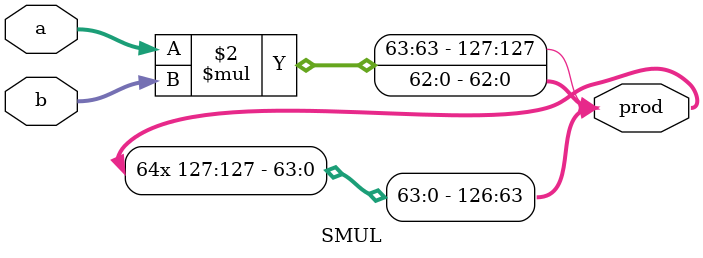
<source format=v>
`timescale 1ns / 1ps

module SMUL #(parameter DATAWIDTH = 64)(a,b,prod);
    input [DATAWIDTH-1:0]           a,b;
    output reg [2*DATAWIDTH-1:0]    prod;
    
    always@(*) begin
        prod = $signed(a * b);
    end

endmodule

</source>
